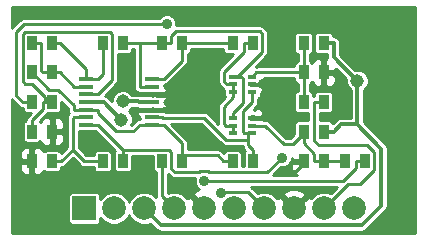
<source format=gbl>
%FSLAX34Y34*%
G04 Gerber Fmt 3.4, Leading zero omitted, Abs format*
G04 (created by PCBNEW (2014-02-02 BZR 4653)-product) date 2014-02-04 11:29:01 PM*
%MOIN*%
G01*
G70*
G90*
G04 APERTURE LIST*
%ADD10C,0.005906*%
%ADD11R,0.051200X0.011800*%
%ADD12R,0.031400X0.015700*%
%ADD13R,0.032000X0.045000*%
%ADD14R,0.078700X0.078700*%
%ADD15C,0.078700*%
%ADD16C,0.045000*%
%ADD17C,0.035000*%
%ADD18C,0.014000*%
%ADD19C,0.010000*%
G04 APERTURE END LIST*
G54D10*
G54D11*
X41222Y-33437D03*
X41222Y-33187D03*
X41222Y-32927D03*
X41222Y-32677D03*
X41222Y-32417D03*
X41222Y-32162D03*
X41222Y-31907D03*
X43422Y-31907D03*
X43422Y-32162D03*
X43422Y-32417D03*
X43422Y-32677D03*
X43422Y-32932D03*
X43422Y-33187D03*
X43422Y-33442D03*
G54D12*
X46770Y-33209D03*
X46770Y-33464D03*
X46770Y-33719D03*
X46142Y-33719D03*
X46142Y-33464D03*
X46142Y-33209D03*
X46770Y-31831D03*
X46770Y-32086D03*
X46770Y-32341D03*
X46142Y-32341D03*
X46142Y-32086D03*
X46142Y-31831D03*
G54D13*
X48483Y-34645D03*
X49153Y-34645D03*
X42460Y-34645D03*
X41790Y-34645D03*
X40098Y-34645D03*
X39428Y-34645D03*
X49153Y-33661D03*
X48483Y-33661D03*
X49153Y-32677D03*
X48483Y-32677D03*
X49153Y-31692D03*
X48483Y-31692D03*
X49153Y-30708D03*
X48483Y-30708D03*
X44429Y-34645D03*
X43759Y-34645D03*
X46121Y-34645D03*
X46791Y-34645D03*
X46121Y-30708D03*
X46791Y-30708D03*
X40098Y-30708D03*
X39428Y-30708D03*
X39428Y-32677D03*
X40098Y-32677D03*
X39428Y-33661D03*
X40098Y-33661D03*
X40098Y-31692D03*
X39428Y-31692D03*
X42460Y-30708D03*
X41790Y-30708D03*
X50531Y-34645D03*
X49861Y-34645D03*
X44429Y-30708D03*
X43759Y-30708D03*
G54D14*
X41169Y-36220D03*
G54D15*
X42169Y-36220D03*
X43169Y-36220D03*
X44169Y-36220D03*
X45169Y-36220D03*
X46169Y-36220D03*
X47169Y-36220D03*
X48169Y-36220D03*
X49169Y-36220D03*
X50169Y-36220D03*
G54D16*
X42407Y-33263D03*
X50272Y-31975D03*
X42457Y-32657D03*
G54D17*
X39429Y-35452D03*
X47141Y-32086D03*
X47972Y-33759D03*
X49909Y-32952D03*
X47677Y-32519D03*
X47972Y-34980D03*
X44311Y-32874D03*
X45405Y-32145D03*
X51377Y-33275D03*
X41137Y-34102D03*
X45098Y-33791D03*
X46562Y-29937D03*
X43915Y-30071D03*
X47764Y-34528D03*
X45172Y-35312D03*
X45721Y-35694D03*
G54D18*
X41820Y-32677D02*
X41222Y-32677D01*
X42407Y-33263D02*
X41820Y-32677D01*
X49153Y-30708D02*
X49484Y-30708D01*
X49484Y-31186D02*
X50272Y-31975D01*
X49484Y-30708D02*
X49484Y-31186D01*
X49153Y-33661D02*
X49484Y-33661D01*
X50272Y-33425D02*
X50272Y-31975D01*
X51075Y-34227D02*
X50272Y-33425D01*
X51075Y-36128D02*
X51075Y-34227D01*
X50415Y-36788D02*
X51075Y-36128D01*
X43737Y-36788D02*
X50415Y-36788D01*
X43169Y-36220D02*
X43737Y-36788D01*
X49720Y-33425D02*
X49484Y-33661D01*
X50272Y-33425D02*
X49720Y-33425D01*
X42976Y-32657D02*
X42996Y-32677D01*
X42457Y-32657D02*
X42976Y-32657D01*
X43422Y-32677D02*
X42996Y-32677D01*
G54D19*
X48843Y-33972D02*
X48843Y-32677D01*
X48984Y-34113D02*
X48843Y-33972D01*
X50600Y-34113D02*
X48984Y-34113D01*
X50842Y-34354D02*
X50600Y-34113D01*
X50842Y-34943D02*
X50842Y-34354D01*
X50362Y-35422D02*
X50842Y-34943D01*
X49966Y-35422D02*
X50362Y-35422D01*
X49169Y-36220D02*
X49966Y-35422D01*
X49153Y-32677D02*
X48843Y-32677D01*
X43759Y-35810D02*
X44169Y-36220D01*
X43759Y-35020D02*
X43759Y-35810D01*
X43759Y-34645D02*
X43759Y-35020D01*
X44136Y-32699D02*
X44311Y-32874D01*
X43905Y-32468D02*
X44136Y-32699D01*
X43590Y-32468D02*
X43905Y-32468D01*
X43539Y-32417D02*
X43590Y-32468D01*
X43422Y-32417D02*
X43539Y-32417D01*
X39428Y-34645D02*
X39428Y-34970D01*
X39428Y-34970D02*
X39429Y-34971D01*
X39429Y-34971D02*
X39429Y-35452D01*
X47677Y-33464D02*
X47972Y-33759D01*
X47677Y-32519D02*
X47677Y-33464D01*
X49153Y-31692D02*
X49413Y-31692D01*
X49413Y-31692D02*
X49909Y-32188D01*
X49909Y-32188D02*
X49909Y-32952D01*
X47244Y-32086D02*
X47141Y-32086D01*
X47677Y-32519D02*
X47244Y-32086D01*
X48483Y-34645D02*
X48483Y-34710D01*
X48483Y-34710D02*
X48214Y-34980D01*
X48214Y-34980D02*
X47972Y-34980D01*
X43422Y-32932D02*
X43778Y-32932D01*
X43778Y-32932D02*
X43836Y-32874D01*
X43836Y-32874D02*
X44311Y-32874D01*
X47141Y-32964D02*
X47141Y-32086D01*
X47137Y-32968D02*
X47141Y-32964D01*
X47137Y-33099D02*
X47137Y-32968D01*
X47027Y-33209D02*
X47137Y-33099D01*
X46770Y-33209D02*
X47027Y-33209D01*
X46770Y-32086D02*
X47141Y-32086D01*
X45922Y-32086D02*
X46142Y-32086D01*
X45833Y-31998D02*
X45922Y-32086D01*
X45833Y-31666D02*
X45833Y-31998D01*
X46481Y-31018D02*
X45833Y-31666D01*
X46481Y-30708D02*
X46481Y-31018D01*
X46791Y-30708D02*
X46481Y-30708D01*
X46014Y-33464D02*
X46142Y-33464D01*
X46142Y-33464D02*
X46142Y-33592D01*
X46014Y-33464D02*
X46142Y-33464D01*
X46142Y-33592D02*
X46142Y-33719D01*
X46142Y-33592D02*
X46142Y-33719D01*
X46142Y-33592D02*
X46142Y-33592D01*
X46142Y-32086D02*
X46142Y-32231D01*
X46142Y-32230D02*
X46142Y-32086D01*
X46142Y-32231D02*
X46142Y-32230D01*
X46142Y-32231D02*
X46142Y-32375D01*
X45885Y-33464D02*
X46014Y-33464D01*
X45835Y-33414D02*
X45885Y-33464D01*
X45835Y-32827D02*
X45835Y-33414D01*
X46142Y-32520D02*
X45835Y-32827D01*
X46142Y-32375D02*
X46142Y-32520D01*
X46142Y-32375D02*
X46142Y-32341D01*
X46142Y-32375D02*
X46142Y-32375D01*
X48483Y-31692D02*
X48483Y-32677D01*
X48483Y-30708D02*
X48483Y-31692D01*
X46909Y-31692D02*
X46770Y-31831D01*
X48483Y-31692D02*
X46909Y-31692D01*
X40098Y-34645D02*
X40408Y-34645D01*
X41155Y-34645D02*
X40782Y-34272D01*
X41790Y-34645D02*
X41155Y-34645D01*
X40408Y-34645D02*
X40782Y-34272D01*
X40782Y-33221D02*
X40816Y-33187D01*
X40782Y-34272D02*
X40782Y-33221D01*
X41222Y-33187D02*
X40816Y-33187D01*
X46142Y-31831D02*
X46142Y-31831D01*
X46142Y-33209D02*
X46142Y-33120D01*
X46142Y-33120D02*
X46142Y-33209D01*
X46142Y-33120D02*
X46142Y-33120D01*
X43422Y-32162D02*
X43016Y-32162D01*
X43016Y-30708D02*
X43016Y-32162D01*
X43016Y-30708D02*
X42460Y-30708D01*
X43016Y-30708D02*
X43759Y-30708D01*
X46399Y-31831D02*
X46271Y-31831D01*
X46449Y-31881D02*
X46399Y-31831D01*
X46449Y-32724D02*
X46449Y-31881D01*
X46142Y-33031D02*
X46449Y-32724D01*
X46142Y-33120D02*
X46142Y-33031D01*
X46271Y-31831D02*
X46142Y-31831D01*
X44069Y-30471D02*
X44069Y-30708D01*
X44225Y-30315D02*
X44069Y-30471D01*
X47016Y-30315D02*
X44225Y-30315D01*
X47101Y-30401D02*
X47016Y-30315D01*
X47101Y-31000D02*
X47101Y-30401D01*
X46271Y-31831D02*
X47101Y-31000D01*
X43759Y-30708D02*
X44069Y-30708D01*
X46121Y-30708D02*
X45811Y-30708D01*
X45811Y-30708D02*
X44429Y-30708D01*
X44429Y-31306D02*
X43828Y-31907D01*
X44429Y-31083D02*
X44429Y-31306D01*
X44429Y-30708D02*
X44429Y-31083D01*
X43422Y-31907D02*
X43828Y-31907D01*
X40866Y-32162D02*
X41222Y-32162D01*
X40828Y-32162D02*
X40866Y-32162D01*
X40358Y-31692D02*
X40828Y-32162D01*
X40098Y-31692D02*
X40358Y-31692D01*
X39738Y-31643D02*
X39788Y-31692D01*
X39738Y-30708D02*
X39738Y-31643D01*
X39428Y-30708D02*
X39738Y-30708D01*
X40098Y-31692D02*
X39788Y-31692D01*
X39170Y-30071D02*
X43915Y-30071D01*
X38910Y-30330D02*
X39170Y-30071D01*
X38910Y-32468D02*
X38910Y-30330D01*
X39118Y-32677D02*
X38910Y-32468D01*
X39428Y-32677D02*
X39118Y-32677D01*
X41222Y-31748D02*
X41222Y-31907D01*
X41222Y-31572D02*
X41222Y-31748D01*
X40358Y-30708D02*
X41222Y-31572D01*
X40098Y-30708D02*
X40358Y-30708D01*
X41790Y-31745D02*
X41628Y-31907D01*
X41790Y-30708D02*
X41790Y-31745D01*
X41222Y-31907D02*
X41628Y-31907D01*
X45904Y-33951D02*
X45151Y-33199D01*
X46642Y-33951D02*
X45904Y-33951D01*
X45151Y-33199D02*
X43790Y-33199D01*
X43790Y-33199D02*
X43778Y-33187D01*
X43778Y-33187D02*
X43422Y-33187D01*
X46770Y-32513D02*
X46770Y-32341D01*
X46770Y-32513D02*
X46770Y-32341D01*
X46770Y-32513D02*
X46770Y-32513D01*
X46770Y-33719D02*
X46770Y-33719D01*
X46770Y-33719D02*
X46642Y-33719D01*
X46770Y-32685D02*
X46770Y-32513D01*
X46463Y-32992D02*
X46770Y-32685D01*
X46463Y-33669D02*
X46463Y-32992D01*
X46513Y-33719D02*
X46463Y-33669D01*
X46642Y-33719D02*
X46513Y-33719D01*
X46791Y-34645D02*
X46791Y-34270D01*
X46642Y-33719D02*
X46642Y-33951D01*
X46642Y-34121D02*
X46791Y-34270D01*
X46642Y-33951D02*
X46642Y-34121D01*
X44429Y-34042D02*
X43828Y-33442D01*
X44429Y-34270D02*
X44429Y-34042D01*
X44429Y-34458D02*
X44429Y-34270D01*
X45624Y-34458D02*
X45811Y-34645D01*
X44429Y-34458D02*
X45624Y-34458D01*
X46121Y-34645D02*
X45811Y-34645D01*
X43486Y-33442D02*
X43828Y-33442D01*
X43486Y-33442D02*
X43449Y-33442D01*
X44429Y-34645D02*
X44429Y-34458D01*
X43436Y-33442D02*
X43449Y-33442D01*
X43436Y-33442D02*
X43422Y-33442D01*
X41628Y-33043D02*
X41628Y-32927D01*
X42236Y-33651D02*
X41628Y-33043D01*
X42807Y-33651D02*
X42236Y-33651D01*
X43016Y-33442D02*
X42807Y-33651D01*
X43422Y-33442D02*
X43016Y-33442D01*
X41222Y-32927D02*
X41628Y-32927D01*
X40816Y-32787D02*
X40816Y-32927D01*
X40300Y-32271D02*
X40816Y-32787D01*
X40007Y-32271D02*
X40300Y-32271D01*
X39428Y-31692D02*
X40007Y-32271D01*
X41222Y-32927D02*
X40816Y-32927D01*
X41222Y-33437D02*
X41628Y-33437D01*
X42460Y-34645D02*
X42460Y-34270D01*
X42460Y-34269D02*
X41628Y-33437D01*
X42460Y-34270D02*
X42460Y-34269D01*
X43981Y-34270D02*
X42460Y-34270D01*
X44069Y-34358D02*
X43981Y-34270D01*
X44069Y-34896D02*
X44069Y-34358D01*
X44193Y-35020D02*
X44069Y-34896D01*
X45003Y-35020D02*
X44193Y-35020D01*
X45037Y-34986D02*
X45003Y-35020D01*
X45306Y-34986D02*
X45037Y-34986D01*
X45340Y-35020D02*
X45306Y-34986D01*
X47272Y-35020D02*
X45340Y-35020D01*
X47764Y-34528D02*
X47272Y-35020D01*
X39788Y-32926D02*
X39788Y-32677D01*
X39428Y-33286D02*
X39788Y-32926D01*
X39428Y-33661D02*
X39428Y-33286D01*
X40098Y-32677D02*
X39866Y-32677D01*
X39866Y-32677D02*
X39788Y-32677D01*
X42104Y-31941D02*
X41628Y-32417D01*
X42104Y-30418D02*
X42104Y-31941D01*
X42019Y-30333D02*
X42104Y-30418D01*
X39198Y-30333D02*
X42019Y-30333D01*
X39118Y-30412D02*
X39198Y-30333D01*
X39118Y-31980D02*
X39118Y-30412D01*
X39206Y-32068D02*
X39118Y-31980D01*
X39421Y-32068D02*
X39206Y-32068D01*
X39866Y-32512D02*
X39421Y-32068D01*
X39866Y-32677D02*
X39866Y-32512D01*
X41222Y-32417D02*
X41628Y-32417D01*
X48483Y-33661D02*
X48483Y-33726D01*
X48483Y-33726D02*
X48125Y-34084D01*
X48125Y-34084D02*
X47816Y-34084D01*
X47816Y-34084D02*
X47196Y-33464D01*
X47196Y-33464D02*
X46770Y-33464D01*
X48483Y-33661D02*
X48483Y-34036D01*
X49153Y-34645D02*
X49861Y-34645D01*
X48843Y-34396D02*
X48483Y-34036D01*
X48843Y-34645D02*
X48843Y-34396D01*
X49153Y-34645D02*
X48843Y-34645D01*
X49792Y-35312D02*
X45172Y-35312D01*
X50221Y-34883D02*
X49792Y-35312D01*
X50221Y-34645D02*
X50221Y-34883D01*
X50531Y-34645D02*
X50221Y-34645D01*
X45739Y-35676D02*
X45721Y-35694D01*
X46625Y-35676D02*
X45739Y-35676D01*
X47169Y-36220D02*
X46625Y-35676D01*
G54D10*
G36*
X45245Y-36226D02*
X45174Y-36296D01*
X45169Y-36291D01*
X45163Y-36296D01*
X45093Y-36226D01*
X45098Y-36220D01*
X44715Y-35837D01*
X44610Y-35876D01*
X44606Y-35888D01*
X44477Y-35759D01*
X44277Y-35677D01*
X44061Y-35676D01*
X43959Y-35719D01*
X43959Y-35069D01*
X44052Y-35162D01*
X44117Y-35205D01*
X44193Y-35220D01*
X44858Y-35220D01*
X44847Y-35247D01*
X44847Y-35376D01*
X44896Y-35495D01*
X44987Y-35587D01*
X44996Y-35590D01*
X44825Y-35661D01*
X44786Y-35766D01*
X45169Y-36149D01*
X45174Y-36144D01*
X45245Y-36214D01*
X45240Y-36220D01*
X45245Y-36226D01*
X45245Y-36226D01*
G37*
G54D19*
X45245Y-36226D02*
X45174Y-36296D01*
X45169Y-36291D01*
X45163Y-36296D01*
X45093Y-36226D01*
X45098Y-36220D01*
X44715Y-35837D01*
X44610Y-35876D01*
X44606Y-35888D01*
X44477Y-35759D01*
X44277Y-35677D01*
X44061Y-35676D01*
X43959Y-35719D01*
X43959Y-35069D01*
X44052Y-35162D01*
X44117Y-35205D01*
X44193Y-35220D01*
X44858Y-35220D01*
X44847Y-35247D01*
X44847Y-35376D01*
X44896Y-35495D01*
X44987Y-35587D01*
X44996Y-35590D01*
X44825Y-35661D01*
X44786Y-35766D01*
X45169Y-36149D01*
X45174Y-36144D01*
X45245Y-36214D01*
X45240Y-36220D01*
X45245Y-36226D01*
G54D10*
G36*
X46133Y-31083D02*
X45692Y-31525D01*
X45648Y-31590D01*
X45633Y-31666D01*
X45633Y-31998D01*
X45648Y-32074D01*
X45692Y-32139D01*
X45780Y-32228D01*
X45835Y-32264D01*
X45835Y-32292D01*
X45835Y-32449D01*
X45858Y-32505D01*
X45866Y-32513D01*
X45694Y-32685D01*
X45672Y-32718D01*
X45651Y-32750D01*
X45651Y-32750D01*
X45651Y-32750D01*
X45643Y-32789D01*
X45635Y-32827D01*
X45635Y-32827D01*
X45635Y-33400D01*
X45293Y-33057D01*
X45228Y-33014D01*
X45151Y-32999D01*
X43903Y-32999D01*
X43866Y-32961D01*
X43472Y-32961D01*
X43472Y-32978D01*
X43372Y-32978D01*
X43372Y-32961D01*
X42979Y-32961D01*
X42916Y-33024D01*
X42916Y-33040D01*
X42954Y-33132D01*
X43016Y-33194D01*
X43016Y-33242D01*
X43016Y-33242D01*
X42940Y-33257D01*
X42875Y-33300D01*
X42743Y-33432D01*
X42782Y-33338D01*
X42782Y-33189D01*
X42725Y-33051D01*
X42655Y-32981D01*
X42669Y-32975D01*
X42767Y-32877D01*
X42907Y-32877D01*
X42907Y-32877D01*
X42912Y-32880D01*
X42912Y-32880D01*
X42968Y-32891D01*
X42979Y-32902D01*
X43372Y-32902D01*
X43372Y-32897D01*
X43422Y-32897D01*
X43472Y-32887D01*
X43472Y-32902D01*
X43866Y-32902D01*
X43928Y-32840D01*
X43928Y-32823D01*
X43890Y-32731D01*
X43833Y-32674D01*
X43890Y-32617D01*
X43928Y-32525D01*
X43928Y-32509D01*
X43866Y-32446D01*
X43472Y-32446D01*
X43472Y-32467D01*
X43422Y-32457D01*
X43372Y-32457D01*
X43372Y-32446D01*
X43024Y-32446D01*
X42976Y-32437D01*
X42767Y-32437D01*
X42669Y-32339D01*
X42531Y-32282D01*
X42382Y-32282D01*
X42244Y-32339D01*
X42139Y-32444D01*
X42082Y-32582D01*
X42082Y-32627D01*
X41976Y-32521D01*
X41905Y-32473D01*
X41863Y-32465D01*
X42246Y-32082D01*
X42289Y-32018D01*
X42304Y-31941D01*
X42304Y-31083D01*
X42330Y-31083D01*
X42650Y-31083D01*
X42705Y-31060D01*
X42748Y-31018D01*
X42770Y-30963D01*
X42770Y-30908D01*
X42816Y-30908D01*
X42816Y-32162D01*
X42831Y-32238D01*
X42875Y-32303D01*
X42935Y-32343D01*
X42979Y-32387D01*
X43372Y-32387D01*
X43372Y-32371D01*
X43472Y-32371D01*
X43472Y-32387D01*
X43866Y-32387D01*
X43928Y-32325D01*
X43928Y-32308D01*
X43890Y-32216D01*
X43828Y-32154D01*
X43828Y-32107D01*
X43828Y-32107D01*
X43905Y-32091D01*
X43970Y-32048D01*
X44570Y-31448D01*
X44570Y-31448D01*
X44614Y-31383D01*
X44614Y-31383D01*
X44616Y-31370D01*
X44629Y-31306D01*
X44629Y-31306D01*
X44629Y-31083D01*
X44629Y-31079D01*
X44674Y-31060D01*
X44716Y-31018D01*
X44739Y-30963D01*
X44739Y-30908D01*
X45811Y-30908D01*
X45811Y-30908D01*
X45811Y-30963D01*
X45834Y-31018D01*
X45876Y-31060D01*
X45931Y-31083D01*
X45991Y-31083D01*
X46133Y-31083D01*
X46133Y-31083D01*
G37*
G54D19*
X46133Y-31083D02*
X45692Y-31525D01*
X45648Y-31590D01*
X45633Y-31666D01*
X45633Y-31998D01*
X45648Y-32074D01*
X45692Y-32139D01*
X45780Y-32228D01*
X45835Y-32264D01*
X45835Y-32292D01*
X45835Y-32449D01*
X45858Y-32505D01*
X45866Y-32513D01*
X45694Y-32685D01*
X45672Y-32718D01*
X45651Y-32750D01*
X45651Y-32750D01*
X45651Y-32750D01*
X45643Y-32789D01*
X45635Y-32827D01*
X45635Y-32827D01*
X45635Y-33400D01*
X45293Y-33057D01*
X45228Y-33014D01*
X45151Y-32999D01*
X43903Y-32999D01*
X43866Y-32961D01*
X43472Y-32961D01*
X43472Y-32978D01*
X43372Y-32978D01*
X43372Y-32961D01*
X42979Y-32961D01*
X42916Y-33024D01*
X42916Y-33040D01*
X42954Y-33132D01*
X43016Y-33194D01*
X43016Y-33242D01*
X43016Y-33242D01*
X42940Y-33257D01*
X42875Y-33300D01*
X42743Y-33432D01*
X42782Y-33338D01*
X42782Y-33189D01*
X42725Y-33051D01*
X42655Y-32981D01*
X42669Y-32975D01*
X42767Y-32877D01*
X42907Y-32877D01*
X42907Y-32877D01*
X42912Y-32880D01*
X42912Y-32880D01*
X42968Y-32891D01*
X42979Y-32902D01*
X43372Y-32902D01*
X43372Y-32897D01*
X43422Y-32897D01*
X43472Y-32887D01*
X43472Y-32902D01*
X43866Y-32902D01*
X43928Y-32840D01*
X43928Y-32823D01*
X43890Y-32731D01*
X43833Y-32674D01*
X43890Y-32617D01*
X43928Y-32525D01*
X43928Y-32509D01*
X43866Y-32446D01*
X43472Y-32446D01*
X43472Y-32467D01*
X43422Y-32457D01*
X43372Y-32457D01*
X43372Y-32446D01*
X43024Y-32446D01*
X42976Y-32437D01*
X42767Y-32437D01*
X42669Y-32339D01*
X42531Y-32282D01*
X42382Y-32282D01*
X42244Y-32339D01*
X42139Y-32444D01*
X42082Y-32582D01*
X42082Y-32627D01*
X41976Y-32521D01*
X41905Y-32473D01*
X41863Y-32465D01*
X42246Y-32082D01*
X42289Y-32018D01*
X42304Y-31941D01*
X42304Y-31083D01*
X42330Y-31083D01*
X42650Y-31083D01*
X42705Y-31060D01*
X42748Y-31018D01*
X42770Y-30963D01*
X42770Y-30908D01*
X42816Y-30908D01*
X42816Y-32162D01*
X42831Y-32238D01*
X42875Y-32303D01*
X42935Y-32343D01*
X42979Y-32387D01*
X43372Y-32387D01*
X43372Y-32371D01*
X43472Y-32371D01*
X43472Y-32387D01*
X43866Y-32387D01*
X43928Y-32325D01*
X43928Y-32308D01*
X43890Y-32216D01*
X43828Y-32154D01*
X43828Y-32107D01*
X43828Y-32107D01*
X43905Y-32091D01*
X43970Y-32048D01*
X44570Y-31448D01*
X44570Y-31448D01*
X44614Y-31383D01*
X44614Y-31383D01*
X44616Y-31370D01*
X44629Y-31306D01*
X44629Y-31306D01*
X44629Y-31083D01*
X44629Y-31079D01*
X44674Y-31060D01*
X44716Y-31018D01*
X44739Y-30963D01*
X44739Y-30908D01*
X45811Y-30908D01*
X45811Y-30908D01*
X45811Y-30963D01*
X45834Y-31018D01*
X45876Y-31060D01*
X45931Y-31083D01*
X45991Y-31083D01*
X46133Y-31083D01*
G54D10*
G36*
X46539Y-34300D02*
X46504Y-34335D01*
X46481Y-34390D01*
X46481Y-34450D01*
X46481Y-34820D01*
X46431Y-34820D01*
X46431Y-34390D01*
X46408Y-34335D01*
X46366Y-34293D01*
X46311Y-34270D01*
X46251Y-34270D01*
X45931Y-34270D01*
X45876Y-34293D01*
X45834Y-34335D01*
X45819Y-34371D01*
X45765Y-34316D01*
X45700Y-34273D01*
X45624Y-34258D01*
X44629Y-34258D01*
X44629Y-34042D01*
X44616Y-33978D01*
X44614Y-33966D01*
X44614Y-33966D01*
X44570Y-33901D01*
X44570Y-33901D01*
X44068Y-33399D01*
X45068Y-33399D01*
X45762Y-34092D01*
X45827Y-34136D01*
X45904Y-34151D01*
X46448Y-34151D01*
X46457Y-34197D01*
X46500Y-34262D01*
X46539Y-34300D01*
X46539Y-34300D01*
G37*
G54D19*
X46539Y-34300D02*
X46504Y-34335D01*
X46481Y-34390D01*
X46481Y-34450D01*
X46481Y-34820D01*
X46431Y-34820D01*
X46431Y-34390D01*
X46408Y-34335D01*
X46366Y-34293D01*
X46311Y-34270D01*
X46251Y-34270D01*
X45931Y-34270D01*
X45876Y-34293D01*
X45834Y-34335D01*
X45819Y-34371D01*
X45765Y-34316D01*
X45700Y-34273D01*
X45624Y-34258D01*
X44629Y-34258D01*
X44629Y-34042D01*
X44616Y-33978D01*
X44614Y-33966D01*
X44614Y-33966D01*
X44570Y-33901D01*
X44570Y-33901D01*
X44068Y-33399D01*
X45068Y-33399D01*
X45762Y-34092D01*
X45827Y-34136D01*
X45904Y-34151D01*
X46448Y-34151D01*
X46457Y-34197D01*
X46500Y-34262D01*
X46539Y-34300D01*
G54D10*
G36*
X48541Y-34695D02*
X48533Y-34695D01*
X48533Y-34703D01*
X48433Y-34703D01*
X48433Y-34695D01*
X48136Y-34695D01*
X48073Y-34758D01*
X48073Y-34820D01*
X48073Y-34920D01*
X48111Y-35012D01*
X48182Y-35082D01*
X48253Y-35112D01*
X47463Y-35112D01*
X47722Y-34853D01*
X47828Y-34853D01*
X47948Y-34804D01*
X48039Y-34713D01*
X48089Y-34593D01*
X48089Y-34548D01*
X48136Y-34595D01*
X48433Y-34595D01*
X48433Y-34587D01*
X48533Y-34587D01*
X48533Y-34595D01*
X48541Y-34595D01*
X48541Y-34695D01*
X48541Y-34695D01*
G37*
G54D19*
X48541Y-34695D02*
X48533Y-34695D01*
X48533Y-34703D01*
X48433Y-34703D01*
X48433Y-34695D01*
X48136Y-34695D01*
X48073Y-34758D01*
X48073Y-34820D01*
X48073Y-34920D01*
X48111Y-35012D01*
X48182Y-35082D01*
X48253Y-35112D01*
X47463Y-35112D01*
X47722Y-34853D01*
X47828Y-34853D01*
X47948Y-34804D01*
X48039Y-34713D01*
X48089Y-34593D01*
X48089Y-34548D01*
X48136Y-34595D01*
X48433Y-34595D01*
X48433Y-34587D01*
X48533Y-34587D01*
X48533Y-34595D01*
X48541Y-34595D01*
X48541Y-34695D01*
G54D10*
G36*
X48643Y-33286D02*
X48614Y-33286D01*
X48294Y-33286D01*
X48238Y-33309D01*
X48196Y-33351D01*
X48173Y-33406D01*
X48173Y-33466D01*
X48173Y-33753D01*
X48042Y-33884D01*
X47899Y-33884D01*
X47337Y-33323D01*
X47272Y-33279D01*
X47196Y-33264D01*
X47177Y-33264D01*
X47130Y-33264D01*
X47115Y-33248D01*
X46988Y-33248D01*
X46957Y-33236D01*
X46897Y-33236D01*
X46712Y-33236D01*
X46712Y-33170D01*
X46720Y-33170D01*
X46720Y-33151D01*
X46820Y-33151D01*
X46820Y-33170D01*
X47115Y-33170D01*
X47177Y-33107D01*
X47177Y-33081D01*
X47139Y-32989D01*
X47069Y-32919D01*
X46977Y-32881D01*
X46883Y-32881D01*
X46820Y-32943D01*
X46820Y-32918D01*
X46912Y-32827D01*
X46912Y-32827D01*
X46912Y-32827D01*
X46933Y-32795D01*
X46955Y-32762D01*
X46955Y-32762D01*
X46955Y-32762D01*
X46963Y-32724D01*
X46970Y-32685D01*
X46970Y-32685D01*
X46970Y-32685D01*
X46970Y-32564D01*
X47012Y-32547D01*
X47054Y-32505D01*
X47077Y-32449D01*
X47077Y-32390D01*
X47077Y-32368D01*
X47139Y-32306D01*
X47177Y-32214D01*
X47177Y-32188D01*
X47115Y-32125D01*
X46988Y-32125D01*
X46957Y-32113D01*
X46897Y-32113D01*
X46712Y-32113D01*
X46712Y-32060D01*
X46957Y-32060D01*
X46988Y-32047D01*
X47115Y-32047D01*
X47177Y-31984D01*
X47177Y-31958D01*
X47150Y-31892D01*
X48173Y-31892D01*
X48173Y-31947D01*
X48196Y-32002D01*
X48238Y-32045D01*
X48283Y-32063D01*
X48283Y-32306D01*
X48238Y-32325D01*
X48196Y-32367D01*
X48173Y-32422D01*
X48173Y-32482D01*
X48173Y-32932D01*
X48196Y-32987D01*
X48238Y-33029D01*
X48294Y-33052D01*
X48353Y-33052D01*
X48643Y-33052D01*
X48643Y-33286D01*
X48643Y-33286D01*
G37*
G54D19*
X48643Y-33286D02*
X48614Y-33286D01*
X48294Y-33286D01*
X48238Y-33309D01*
X48196Y-33351D01*
X48173Y-33406D01*
X48173Y-33466D01*
X48173Y-33753D01*
X48042Y-33884D01*
X47899Y-33884D01*
X47337Y-33323D01*
X47272Y-33279D01*
X47196Y-33264D01*
X47177Y-33264D01*
X47130Y-33264D01*
X47115Y-33248D01*
X46988Y-33248D01*
X46957Y-33236D01*
X46897Y-33236D01*
X46712Y-33236D01*
X46712Y-33170D01*
X46720Y-33170D01*
X46720Y-33151D01*
X46820Y-33151D01*
X46820Y-33170D01*
X47115Y-33170D01*
X47177Y-33107D01*
X47177Y-33081D01*
X47139Y-32989D01*
X47069Y-32919D01*
X46977Y-32881D01*
X46883Y-32881D01*
X46820Y-32943D01*
X46820Y-32918D01*
X46912Y-32827D01*
X46912Y-32827D01*
X46912Y-32827D01*
X46933Y-32795D01*
X46955Y-32762D01*
X46955Y-32762D01*
X46955Y-32762D01*
X46963Y-32724D01*
X46970Y-32685D01*
X46970Y-32685D01*
X46970Y-32685D01*
X46970Y-32564D01*
X47012Y-32547D01*
X47054Y-32505D01*
X47077Y-32449D01*
X47077Y-32390D01*
X47077Y-32368D01*
X47139Y-32306D01*
X47177Y-32214D01*
X47177Y-32188D01*
X47115Y-32125D01*
X46988Y-32125D01*
X46957Y-32113D01*
X46897Y-32113D01*
X46712Y-32113D01*
X46712Y-32060D01*
X46957Y-32060D01*
X46988Y-32047D01*
X47115Y-32047D01*
X47177Y-31984D01*
X47177Y-31958D01*
X47150Y-31892D01*
X48173Y-31892D01*
X48173Y-31947D01*
X48196Y-32002D01*
X48238Y-32045D01*
X48283Y-32063D01*
X48283Y-32306D01*
X48238Y-32325D01*
X48196Y-32367D01*
X48173Y-32422D01*
X48173Y-32482D01*
X48173Y-32932D01*
X48196Y-32987D01*
X48238Y-33029D01*
X48294Y-33052D01*
X48353Y-33052D01*
X48643Y-33052D01*
X48643Y-33286D01*
G54D10*
G36*
X49594Y-35512D02*
X49385Y-35721D01*
X49277Y-35677D01*
X49061Y-35676D01*
X48861Y-35759D01*
X48732Y-35888D01*
X48727Y-35876D01*
X48622Y-35837D01*
X48552Y-35908D01*
X48552Y-35766D01*
X48513Y-35661D01*
X48273Y-35572D01*
X48017Y-35582D01*
X47825Y-35661D01*
X47786Y-35766D01*
X48169Y-36149D01*
X48552Y-35766D01*
X48552Y-35908D01*
X48240Y-36220D01*
X48245Y-36226D01*
X48174Y-36296D01*
X48169Y-36291D01*
X48163Y-36296D01*
X48093Y-36226D01*
X48098Y-36220D01*
X47715Y-35837D01*
X47610Y-35876D01*
X47606Y-35888D01*
X47477Y-35759D01*
X47277Y-35677D01*
X47061Y-35676D01*
X46953Y-35721D01*
X46767Y-35535D01*
X46732Y-35512D01*
X49594Y-35512D01*
X49594Y-35512D01*
G37*
G54D19*
X49594Y-35512D02*
X49385Y-35721D01*
X49277Y-35677D01*
X49061Y-35676D01*
X48861Y-35759D01*
X48732Y-35888D01*
X48727Y-35876D01*
X48622Y-35837D01*
X48552Y-35908D01*
X48552Y-35766D01*
X48513Y-35661D01*
X48273Y-35572D01*
X48017Y-35582D01*
X47825Y-35661D01*
X47786Y-35766D01*
X48169Y-36149D01*
X48552Y-35766D01*
X48552Y-35908D01*
X48240Y-36220D01*
X48245Y-36226D01*
X48174Y-36296D01*
X48169Y-36291D01*
X48163Y-36296D01*
X48093Y-36226D01*
X48098Y-36220D01*
X47715Y-35837D01*
X47610Y-35876D01*
X47606Y-35888D01*
X47477Y-35759D01*
X47277Y-35677D01*
X47061Y-35676D01*
X46953Y-35721D01*
X46767Y-35535D01*
X46732Y-35512D01*
X49594Y-35512D01*
G54D10*
G36*
X52192Y-37035D02*
X39378Y-37035D01*
X39378Y-35058D01*
X39378Y-34695D01*
X39378Y-34595D01*
X39378Y-34233D01*
X39316Y-34170D01*
X39219Y-34170D01*
X39127Y-34208D01*
X39056Y-34279D01*
X39018Y-34370D01*
X39018Y-34470D01*
X39018Y-34533D01*
X39081Y-34595D01*
X39378Y-34595D01*
X39378Y-34695D01*
X39081Y-34695D01*
X39018Y-34758D01*
X39018Y-34820D01*
X39018Y-34920D01*
X39056Y-35012D01*
X39127Y-35082D01*
X39219Y-35120D01*
X39316Y-35120D01*
X39378Y-35058D01*
X39378Y-37035D01*
X38752Y-37035D01*
X38752Y-32585D01*
X38768Y-32610D01*
X38977Y-32818D01*
X39042Y-32861D01*
X39118Y-32877D01*
X39118Y-32877D01*
X39118Y-32932D01*
X39141Y-32987D01*
X39183Y-33029D01*
X39238Y-33052D01*
X39298Y-33052D01*
X39380Y-33052D01*
X39287Y-33144D01*
X39244Y-33209D01*
X39228Y-33286D01*
X39228Y-33290D01*
X39183Y-33309D01*
X39141Y-33351D01*
X39118Y-33406D01*
X39118Y-33466D01*
X39118Y-33916D01*
X39141Y-33971D01*
X39183Y-34013D01*
X39238Y-34036D01*
X39298Y-34036D01*
X39618Y-34036D01*
X39673Y-34013D01*
X39707Y-33980D01*
X39726Y-34028D01*
X39797Y-34098D01*
X39889Y-34136D01*
X39986Y-34136D01*
X40048Y-34073D01*
X40048Y-33711D01*
X40040Y-33711D01*
X40040Y-33611D01*
X40048Y-33611D01*
X40048Y-33248D01*
X39986Y-33186D01*
X39889Y-33186D01*
X39797Y-33224D01*
X39726Y-33294D01*
X39707Y-33342D01*
X39681Y-33316D01*
X39930Y-33067D01*
X39930Y-33067D01*
X39940Y-33052D01*
X39940Y-33052D01*
X39968Y-33052D01*
X40288Y-33052D01*
X40343Y-33029D01*
X40385Y-32987D01*
X40408Y-32932D01*
X40408Y-32872D01*
X40408Y-32662D01*
X40616Y-32870D01*
X40616Y-32927D01*
X40631Y-33003D01*
X40666Y-33054D01*
X40640Y-33080D01*
X40597Y-33145D01*
X40582Y-33221D01*
X40582Y-34189D01*
X40508Y-34262D01*
X40508Y-33936D01*
X40508Y-33836D01*
X40508Y-33773D01*
X40508Y-33548D01*
X40508Y-33486D01*
X40508Y-33386D01*
X40470Y-33294D01*
X40400Y-33224D01*
X40308Y-33186D01*
X40211Y-33186D01*
X40148Y-33248D01*
X40148Y-33611D01*
X40446Y-33611D01*
X40508Y-33548D01*
X40508Y-33773D01*
X40446Y-33711D01*
X40148Y-33711D01*
X40148Y-34073D01*
X40211Y-34136D01*
X40308Y-34136D01*
X40400Y-34098D01*
X40470Y-34028D01*
X40508Y-33936D01*
X40508Y-34262D01*
X40400Y-34371D01*
X40385Y-34335D01*
X40343Y-34293D01*
X40288Y-34270D01*
X40228Y-34270D01*
X39908Y-34270D01*
X39853Y-34293D01*
X39820Y-34326D01*
X39800Y-34279D01*
X39730Y-34208D01*
X39638Y-34170D01*
X39541Y-34170D01*
X39478Y-34233D01*
X39478Y-34595D01*
X39486Y-34595D01*
X39486Y-34695D01*
X39478Y-34695D01*
X39478Y-35058D01*
X39541Y-35120D01*
X39638Y-35120D01*
X39730Y-35082D01*
X39800Y-35012D01*
X39820Y-34964D01*
X39853Y-34997D01*
X39908Y-35020D01*
X39968Y-35020D01*
X40288Y-35020D01*
X40343Y-34997D01*
X40385Y-34955D01*
X40408Y-34900D01*
X40408Y-34845D01*
X40408Y-34845D01*
X40485Y-34830D01*
X40550Y-34787D01*
X40782Y-34555D01*
X41014Y-34787D01*
X41079Y-34830D01*
X41155Y-34845D01*
X41480Y-34845D01*
X41480Y-34900D01*
X41503Y-34955D01*
X41546Y-34997D01*
X41601Y-35020D01*
X41660Y-35020D01*
X41980Y-35020D01*
X42035Y-34997D01*
X42078Y-34955D01*
X42100Y-34900D01*
X42100Y-34840D01*
X42100Y-34390D01*
X42078Y-34335D01*
X42035Y-34293D01*
X41980Y-34270D01*
X41921Y-34270D01*
X41601Y-34270D01*
X41546Y-34293D01*
X41503Y-34335D01*
X41480Y-34390D01*
X41480Y-34445D01*
X41238Y-34445D01*
X40982Y-34189D01*
X40982Y-33646D01*
X40996Y-33646D01*
X41508Y-33646D01*
X41530Y-33637D01*
X41546Y-33637D01*
X42209Y-34300D01*
X42173Y-34335D01*
X42150Y-34390D01*
X42150Y-34450D01*
X42150Y-34900D01*
X42173Y-34955D01*
X42216Y-34997D01*
X42271Y-35020D01*
X42330Y-35020D01*
X42650Y-35020D01*
X42705Y-34997D01*
X42748Y-34955D01*
X42770Y-34900D01*
X42770Y-34840D01*
X42770Y-34470D01*
X43449Y-34470D01*
X43449Y-34900D01*
X43472Y-34955D01*
X43514Y-34997D01*
X43559Y-35016D01*
X43559Y-35020D01*
X43559Y-35810D01*
X43567Y-35849D01*
X43477Y-35759D01*
X43277Y-35677D01*
X43061Y-35676D01*
X42861Y-35759D01*
X42708Y-35912D01*
X42669Y-36007D01*
X42630Y-35913D01*
X42477Y-35759D01*
X42277Y-35677D01*
X42061Y-35676D01*
X41861Y-35759D01*
X41712Y-35908D01*
X41712Y-35797D01*
X41689Y-35742D01*
X41647Y-35699D01*
X41592Y-35676D01*
X41532Y-35676D01*
X40745Y-35676D01*
X40690Y-35699D01*
X40648Y-35742D01*
X40625Y-35797D01*
X40625Y-35856D01*
X40625Y-36643D01*
X40648Y-36698D01*
X40690Y-36741D01*
X40745Y-36763D01*
X40805Y-36763D01*
X41592Y-36763D01*
X41647Y-36741D01*
X41689Y-36698D01*
X41712Y-36643D01*
X41712Y-36584D01*
X41712Y-36532D01*
X41861Y-36680D01*
X42060Y-36763D01*
X42276Y-36764D01*
X42476Y-36681D01*
X42629Y-36528D01*
X42669Y-36433D01*
X42708Y-36527D01*
X42861Y-36680D01*
X43060Y-36763D01*
X43276Y-36764D01*
X43365Y-36727D01*
X43581Y-36943D01*
X43653Y-36991D01*
X43653Y-36991D01*
X43737Y-37008D01*
X50415Y-37008D01*
X50499Y-36991D01*
X50499Y-36991D01*
X50570Y-36943D01*
X51230Y-36283D01*
X51278Y-36212D01*
X51278Y-36212D01*
X51295Y-36128D01*
X51295Y-34227D01*
X51278Y-34143D01*
X51278Y-34143D01*
X51230Y-34072D01*
X50492Y-33333D01*
X50492Y-32285D01*
X50590Y-32187D01*
X50647Y-32050D01*
X50647Y-31900D01*
X50590Y-31763D01*
X50485Y-31657D01*
X50347Y-31600D01*
X50208Y-31600D01*
X49704Y-31095D01*
X49704Y-30708D01*
X49687Y-30624D01*
X49639Y-30553D01*
X49568Y-30505D01*
X49484Y-30488D01*
X49463Y-30488D01*
X49463Y-30453D01*
X49441Y-30398D01*
X49398Y-30356D01*
X49343Y-30333D01*
X49284Y-30333D01*
X48964Y-30333D01*
X48908Y-30356D01*
X48866Y-30398D01*
X48843Y-30453D01*
X48843Y-30513D01*
X48843Y-30963D01*
X48866Y-31018D01*
X48908Y-31060D01*
X48964Y-31083D01*
X49023Y-31083D01*
X49264Y-31083D01*
X49264Y-31186D01*
X49270Y-31217D01*
X49266Y-31217D01*
X49203Y-31280D01*
X49203Y-31642D01*
X49501Y-31642D01*
X49563Y-31580D01*
X49563Y-31577D01*
X49897Y-31911D01*
X49897Y-32049D01*
X49954Y-32187D01*
X50052Y-32285D01*
X50052Y-33205D01*
X49720Y-33205D01*
X49636Y-33221D01*
X49564Y-33269D01*
X49563Y-33270D01*
X49563Y-31967D01*
X49563Y-31868D01*
X49563Y-31805D01*
X49501Y-31742D01*
X49203Y-31742D01*
X49203Y-32105D01*
X49266Y-32167D01*
X49363Y-32167D01*
X49455Y-32129D01*
X49525Y-32059D01*
X49563Y-31967D01*
X49563Y-33270D01*
X49453Y-33381D01*
X49441Y-33351D01*
X49398Y-33309D01*
X49343Y-33286D01*
X49284Y-33286D01*
X49043Y-33286D01*
X49043Y-33052D01*
X49343Y-33052D01*
X49398Y-33029D01*
X49441Y-32987D01*
X49463Y-32932D01*
X49463Y-32872D01*
X49463Y-32422D01*
X49441Y-32367D01*
X49398Y-32325D01*
X49343Y-32302D01*
X49284Y-32302D01*
X48964Y-32302D01*
X48908Y-32325D01*
X48866Y-32367D01*
X48843Y-32422D01*
X48843Y-32477D01*
X48843Y-32477D01*
X48793Y-32487D01*
X48793Y-32422D01*
X48771Y-32367D01*
X48728Y-32325D01*
X48683Y-32306D01*
X48683Y-32063D01*
X48728Y-32045D01*
X48762Y-32011D01*
X48781Y-32059D01*
X48852Y-32129D01*
X48944Y-32167D01*
X49041Y-32167D01*
X49103Y-32105D01*
X49103Y-31742D01*
X49096Y-31742D01*
X49096Y-31642D01*
X49103Y-31642D01*
X49103Y-31280D01*
X49041Y-31217D01*
X48944Y-31217D01*
X48852Y-31255D01*
X48781Y-31326D01*
X48762Y-31374D01*
X48728Y-31340D01*
X48683Y-31322D01*
X48683Y-31079D01*
X48728Y-31060D01*
X48771Y-31018D01*
X48793Y-30963D01*
X48793Y-30903D01*
X48793Y-30453D01*
X48771Y-30398D01*
X48728Y-30356D01*
X48673Y-30333D01*
X48614Y-30333D01*
X48294Y-30333D01*
X48238Y-30356D01*
X48196Y-30398D01*
X48173Y-30453D01*
X48173Y-30513D01*
X48173Y-30963D01*
X48196Y-31018D01*
X48238Y-31060D01*
X48283Y-31079D01*
X48283Y-31322D01*
X48238Y-31340D01*
X48196Y-31382D01*
X48173Y-31438D01*
X48173Y-31492D01*
X46909Y-31492D01*
X46888Y-31497D01*
X47243Y-31142D01*
X47243Y-31142D01*
X47286Y-31077D01*
X47301Y-31000D01*
X47301Y-30401D01*
X47289Y-30337D01*
X47286Y-30324D01*
X47286Y-30324D01*
X47243Y-30259D01*
X47157Y-30173D01*
X47092Y-30130D01*
X47016Y-30115D01*
X44240Y-30115D01*
X44240Y-30006D01*
X44190Y-29887D01*
X44099Y-29795D01*
X43980Y-29746D01*
X43850Y-29746D01*
X43731Y-29795D01*
X43655Y-29871D01*
X39170Y-29871D01*
X39106Y-29883D01*
X39093Y-29886D01*
X39028Y-29929D01*
X38768Y-30189D01*
X38752Y-30214D01*
X38752Y-29500D01*
X52192Y-29500D01*
X52192Y-37035D01*
X52192Y-37035D01*
G37*
G54D19*
X52192Y-37035D02*
X39378Y-37035D01*
X39378Y-35058D01*
X39378Y-34695D01*
X39378Y-34595D01*
X39378Y-34233D01*
X39316Y-34170D01*
X39219Y-34170D01*
X39127Y-34208D01*
X39056Y-34279D01*
X39018Y-34370D01*
X39018Y-34470D01*
X39018Y-34533D01*
X39081Y-34595D01*
X39378Y-34595D01*
X39378Y-34695D01*
X39081Y-34695D01*
X39018Y-34758D01*
X39018Y-34820D01*
X39018Y-34920D01*
X39056Y-35012D01*
X39127Y-35082D01*
X39219Y-35120D01*
X39316Y-35120D01*
X39378Y-35058D01*
X39378Y-37035D01*
X38752Y-37035D01*
X38752Y-32585D01*
X38768Y-32610D01*
X38977Y-32818D01*
X39042Y-32861D01*
X39118Y-32877D01*
X39118Y-32877D01*
X39118Y-32932D01*
X39141Y-32987D01*
X39183Y-33029D01*
X39238Y-33052D01*
X39298Y-33052D01*
X39380Y-33052D01*
X39287Y-33144D01*
X39244Y-33209D01*
X39228Y-33286D01*
X39228Y-33290D01*
X39183Y-33309D01*
X39141Y-33351D01*
X39118Y-33406D01*
X39118Y-33466D01*
X39118Y-33916D01*
X39141Y-33971D01*
X39183Y-34013D01*
X39238Y-34036D01*
X39298Y-34036D01*
X39618Y-34036D01*
X39673Y-34013D01*
X39707Y-33980D01*
X39726Y-34028D01*
X39797Y-34098D01*
X39889Y-34136D01*
X39986Y-34136D01*
X40048Y-34073D01*
X40048Y-33711D01*
X40040Y-33711D01*
X40040Y-33611D01*
X40048Y-33611D01*
X40048Y-33248D01*
X39986Y-33186D01*
X39889Y-33186D01*
X39797Y-33224D01*
X39726Y-33294D01*
X39707Y-33342D01*
X39681Y-33316D01*
X39930Y-33067D01*
X39930Y-33067D01*
X39940Y-33052D01*
X39940Y-33052D01*
X39968Y-33052D01*
X40288Y-33052D01*
X40343Y-33029D01*
X40385Y-32987D01*
X40408Y-32932D01*
X40408Y-32872D01*
X40408Y-32662D01*
X40616Y-32870D01*
X40616Y-32927D01*
X40631Y-33003D01*
X40666Y-33054D01*
X40640Y-33080D01*
X40597Y-33145D01*
X40582Y-33221D01*
X40582Y-34189D01*
X40508Y-34262D01*
X40508Y-33936D01*
X40508Y-33836D01*
X40508Y-33773D01*
X40508Y-33548D01*
X40508Y-33486D01*
X40508Y-33386D01*
X40470Y-33294D01*
X40400Y-33224D01*
X40308Y-33186D01*
X40211Y-33186D01*
X40148Y-33248D01*
X40148Y-33611D01*
X40446Y-33611D01*
X40508Y-33548D01*
X40508Y-33773D01*
X40446Y-33711D01*
X40148Y-33711D01*
X40148Y-34073D01*
X40211Y-34136D01*
X40308Y-34136D01*
X40400Y-34098D01*
X40470Y-34028D01*
X40508Y-33936D01*
X40508Y-34262D01*
X40400Y-34371D01*
X40385Y-34335D01*
X40343Y-34293D01*
X40288Y-34270D01*
X40228Y-34270D01*
X39908Y-34270D01*
X39853Y-34293D01*
X39820Y-34326D01*
X39800Y-34279D01*
X39730Y-34208D01*
X39638Y-34170D01*
X39541Y-34170D01*
X39478Y-34233D01*
X39478Y-34595D01*
X39486Y-34595D01*
X39486Y-34695D01*
X39478Y-34695D01*
X39478Y-35058D01*
X39541Y-35120D01*
X39638Y-35120D01*
X39730Y-35082D01*
X39800Y-35012D01*
X39820Y-34964D01*
X39853Y-34997D01*
X39908Y-35020D01*
X39968Y-35020D01*
X40288Y-35020D01*
X40343Y-34997D01*
X40385Y-34955D01*
X40408Y-34900D01*
X40408Y-34845D01*
X40408Y-34845D01*
X40485Y-34830D01*
X40550Y-34787D01*
X40782Y-34555D01*
X41014Y-34787D01*
X41079Y-34830D01*
X41155Y-34845D01*
X41480Y-34845D01*
X41480Y-34900D01*
X41503Y-34955D01*
X41546Y-34997D01*
X41601Y-35020D01*
X41660Y-35020D01*
X41980Y-35020D01*
X42035Y-34997D01*
X42078Y-34955D01*
X42100Y-34900D01*
X42100Y-34840D01*
X42100Y-34390D01*
X42078Y-34335D01*
X42035Y-34293D01*
X41980Y-34270D01*
X41921Y-34270D01*
X41601Y-34270D01*
X41546Y-34293D01*
X41503Y-34335D01*
X41480Y-34390D01*
X41480Y-34445D01*
X41238Y-34445D01*
X40982Y-34189D01*
X40982Y-33646D01*
X40996Y-33646D01*
X41508Y-33646D01*
X41530Y-33637D01*
X41546Y-33637D01*
X42209Y-34300D01*
X42173Y-34335D01*
X42150Y-34390D01*
X42150Y-34450D01*
X42150Y-34900D01*
X42173Y-34955D01*
X42216Y-34997D01*
X42271Y-35020D01*
X42330Y-35020D01*
X42650Y-35020D01*
X42705Y-34997D01*
X42748Y-34955D01*
X42770Y-34900D01*
X42770Y-34840D01*
X42770Y-34470D01*
X43449Y-34470D01*
X43449Y-34900D01*
X43472Y-34955D01*
X43514Y-34997D01*
X43559Y-35016D01*
X43559Y-35020D01*
X43559Y-35810D01*
X43567Y-35849D01*
X43477Y-35759D01*
X43277Y-35677D01*
X43061Y-35676D01*
X42861Y-35759D01*
X42708Y-35912D01*
X42669Y-36007D01*
X42630Y-35913D01*
X42477Y-35759D01*
X42277Y-35677D01*
X42061Y-35676D01*
X41861Y-35759D01*
X41712Y-35908D01*
X41712Y-35797D01*
X41689Y-35742D01*
X41647Y-35699D01*
X41592Y-35676D01*
X41532Y-35676D01*
X40745Y-35676D01*
X40690Y-35699D01*
X40648Y-35742D01*
X40625Y-35797D01*
X40625Y-35856D01*
X40625Y-36643D01*
X40648Y-36698D01*
X40690Y-36741D01*
X40745Y-36763D01*
X40805Y-36763D01*
X41592Y-36763D01*
X41647Y-36741D01*
X41689Y-36698D01*
X41712Y-36643D01*
X41712Y-36584D01*
X41712Y-36532D01*
X41861Y-36680D01*
X42060Y-36763D01*
X42276Y-36764D01*
X42476Y-36681D01*
X42629Y-36528D01*
X42669Y-36433D01*
X42708Y-36527D01*
X42861Y-36680D01*
X43060Y-36763D01*
X43276Y-36764D01*
X43365Y-36727D01*
X43581Y-36943D01*
X43653Y-36991D01*
X43653Y-36991D01*
X43737Y-37008D01*
X50415Y-37008D01*
X50499Y-36991D01*
X50499Y-36991D01*
X50570Y-36943D01*
X51230Y-36283D01*
X51278Y-36212D01*
X51278Y-36212D01*
X51295Y-36128D01*
X51295Y-34227D01*
X51278Y-34143D01*
X51278Y-34143D01*
X51230Y-34072D01*
X50492Y-33333D01*
X50492Y-32285D01*
X50590Y-32187D01*
X50647Y-32050D01*
X50647Y-31900D01*
X50590Y-31763D01*
X50485Y-31657D01*
X50347Y-31600D01*
X50208Y-31600D01*
X49704Y-31095D01*
X49704Y-30708D01*
X49687Y-30624D01*
X49639Y-30553D01*
X49568Y-30505D01*
X49484Y-30488D01*
X49463Y-30488D01*
X49463Y-30453D01*
X49441Y-30398D01*
X49398Y-30356D01*
X49343Y-30333D01*
X49284Y-30333D01*
X48964Y-30333D01*
X48908Y-30356D01*
X48866Y-30398D01*
X48843Y-30453D01*
X48843Y-30513D01*
X48843Y-30963D01*
X48866Y-31018D01*
X48908Y-31060D01*
X48964Y-31083D01*
X49023Y-31083D01*
X49264Y-31083D01*
X49264Y-31186D01*
X49270Y-31217D01*
X49266Y-31217D01*
X49203Y-31280D01*
X49203Y-31642D01*
X49501Y-31642D01*
X49563Y-31580D01*
X49563Y-31577D01*
X49897Y-31911D01*
X49897Y-32049D01*
X49954Y-32187D01*
X50052Y-32285D01*
X50052Y-33205D01*
X49720Y-33205D01*
X49636Y-33221D01*
X49564Y-33269D01*
X49563Y-33270D01*
X49563Y-31967D01*
X49563Y-31868D01*
X49563Y-31805D01*
X49501Y-31742D01*
X49203Y-31742D01*
X49203Y-32105D01*
X49266Y-32167D01*
X49363Y-32167D01*
X49455Y-32129D01*
X49525Y-32059D01*
X49563Y-31967D01*
X49563Y-33270D01*
X49453Y-33381D01*
X49441Y-33351D01*
X49398Y-33309D01*
X49343Y-33286D01*
X49284Y-33286D01*
X49043Y-33286D01*
X49043Y-33052D01*
X49343Y-33052D01*
X49398Y-33029D01*
X49441Y-32987D01*
X49463Y-32932D01*
X49463Y-32872D01*
X49463Y-32422D01*
X49441Y-32367D01*
X49398Y-32325D01*
X49343Y-32302D01*
X49284Y-32302D01*
X48964Y-32302D01*
X48908Y-32325D01*
X48866Y-32367D01*
X48843Y-32422D01*
X48843Y-32477D01*
X48843Y-32477D01*
X48793Y-32487D01*
X48793Y-32422D01*
X48771Y-32367D01*
X48728Y-32325D01*
X48683Y-32306D01*
X48683Y-32063D01*
X48728Y-32045D01*
X48762Y-32011D01*
X48781Y-32059D01*
X48852Y-32129D01*
X48944Y-32167D01*
X49041Y-32167D01*
X49103Y-32105D01*
X49103Y-31742D01*
X49096Y-31742D01*
X49096Y-31642D01*
X49103Y-31642D01*
X49103Y-31280D01*
X49041Y-31217D01*
X48944Y-31217D01*
X48852Y-31255D01*
X48781Y-31326D01*
X48762Y-31374D01*
X48728Y-31340D01*
X48683Y-31322D01*
X48683Y-31079D01*
X48728Y-31060D01*
X48771Y-31018D01*
X48793Y-30963D01*
X48793Y-30903D01*
X48793Y-30453D01*
X48771Y-30398D01*
X48728Y-30356D01*
X48673Y-30333D01*
X48614Y-30333D01*
X48294Y-30333D01*
X48238Y-30356D01*
X48196Y-30398D01*
X48173Y-30453D01*
X48173Y-30513D01*
X48173Y-30963D01*
X48196Y-31018D01*
X48238Y-31060D01*
X48283Y-31079D01*
X48283Y-31322D01*
X48238Y-31340D01*
X48196Y-31382D01*
X48173Y-31438D01*
X48173Y-31492D01*
X46909Y-31492D01*
X46888Y-31497D01*
X47243Y-31142D01*
X47243Y-31142D01*
X47286Y-31077D01*
X47301Y-31000D01*
X47301Y-30401D01*
X47289Y-30337D01*
X47286Y-30324D01*
X47286Y-30324D01*
X47243Y-30259D01*
X47157Y-30173D01*
X47092Y-30130D01*
X47016Y-30115D01*
X44240Y-30115D01*
X44240Y-30006D01*
X44190Y-29887D01*
X44099Y-29795D01*
X43980Y-29746D01*
X43850Y-29746D01*
X43731Y-29795D01*
X43655Y-29871D01*
X39170Y-29871D01*
X39106Y-29883D01*
X39093Y-29886D01*
X39028Y-29929D01*
X38768Y-30189D01*
X38752Y-30214D01*
X38752Y-29500D01*
X52192Y-29500D01*
X52192Y-37035D01*
M02*

</source>
